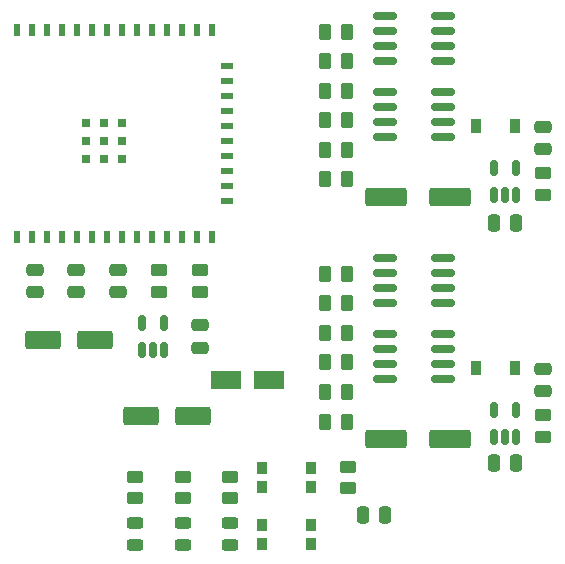
<source format=gbr>
%TF.GenerationSoftware,KiCad,Pcbnew,(6.0.11-0)*%
%TF.CreationDate,2023-05-30T14:23:44-05:00*%
%TF.ProjectId,HoneywellStringLightsController,486f6e65-7977-4656-9c6c-537472696e67,rev?*%
%TF.SameCoordinates,Original*%
%TF.FileFunction,Paste,Top*%
%TF.FilePolarity,Positive*%
%FSLAX46Y46*%
G04 Gerber Fmt 4.6, Leading zero omitted, Abs format (unit mm)*
G04 Created by KiCad (PCBNEW (6.0.11-0)) date 2023-05-30 14:23:44*
%MOMM*%
%LPD*%
G01*
G04 APERTURE LIST*
G04 Aperture macros list*
%AMRoundRect*
0 Rectangle with rounded corners*
0 $1 Rounding radius*
0 $2 $3 $4 $5 $6 $7 $8 $9 X,Y pos of 4 corners*
0 Add a 4 corners polygon primitive as box body*
4,1,4,$2,$3,$4,$5,$6,$7,$8,$9,$2,$3,0*
0 Add four circle primitives for the rounded corners*
1,1,$1+$1,$2,$3*
1,1,$1+$1,$4,$5*
1,1,$1+$1,$6,$7*
1,1,$1+$1,$8,$9*
0 Add four rect primitives between the rounded corners*
20,1,$1+$1,$2,$3,$4,$5,0*
20,1,$1+$1,$4,$5,$6,$7,0*
20,1,$1+$1,$6,$7,$8,$9,0*
20,1,$1+$1,$8,$9,$2,$3,0*%
G04 Aperture macros list end*
%ADD10R,0.630000X1.050000*%
%ADD11R,1.050000X0.630000*%
%ADD12R,0.735000X0.735000*%
%ADD13RoundRect,0.250000X-1.500000X-0.550000X1.500000X-0.550000X1.500000X0.550000X-1.500000X0.550000X0*%
%ADD14RoundRect,0.250000X-0.450000X0.262500X-0.450000X-0.262500X0.450000X-0.262500X0.450000X0.262500X0*%
%ADD15R,0.900000X1.000000*%
%ADD16RoundRect,0.250000X-1.050000X-0.550000X1.050000X-0.550000X1.050000X0.550000X-1.050000X0.550000X0*%
%ADD17RoundRect,0.250000X-0.475000X0.250000X-0.475000X-0.250000X0.475000X-0.250000X0.475000X0.250000X0*%
%ADD18RoundRect,0.250000X-0.262500X-0.450000X0.262500X-0.450000X0.262500X0.450000X-0.262500X0.450000X0*%
%ADD19RoundRect,0.250000X-0.250000X-0.475000X0.250000X-0.475000X0.250000X0.475000X-0.250000X0.475000X0*%
%ADD20RoundRect,0.250000X0.450000X-0.262500X0.450000X0.262500X-0.450000X0.262500X-0.450000X-0.262500X0*%
%ADD21R,0.900000X1.200000*%
%ADD22RoundRect,0.243750X0.456250X-0.243750X0.456250X0.243750X-0.456250X0.243750X-0.456250X-0.243750X0*%
%ADD23RoundRect,0.150000X-0.825000X-0.150000X0.825000X-0.150000X0.825000X0.150000X-0.825000X0.150000X0*%
%ADD24RoundRect,0.150000X0.150000X-0.512500X0.150000X0.512500X-0.150000X0.512500X-0.150000X-0.512500X0*%
%ADD25RoundRect,0.250000X0.262500X0.450000X-0.262500X0.450000X-0.262500X-0.450000X0.262500X-0.450000X0*%
%ADD26RoundRect,0.250000X0.475000X-0.250000X0.475000X0.250000X-0.475000X0.250000X-0.475000X-0.250000X0*%
%ADD27RoundRect,0.250000X1.250000X0.550000X-1.250000X0.550000X-1.250000X-0.550000X1.250000X-0.550000X0*%
G04 APERTURE END LIST*
D10*
%TO.C,U1*%
X100995000Y-98350000D03*
X102265000Y-98350000D03*
X103535000Y-98350000D03*
X104805000Y-98350000D03*
X106075000Y-98350000D03*
X107345000Y-98350000D03*
X108615000Y-98350000D03*
X109885000Y-98350000D03*
X111155000Y-98350000D03*
X112425000Y-98350000D03*
X113695000Y-98350000D03*
X114965000Y-98350000D03*
X116235000Y-98350000D03*
X117505000Y-98350000D03*
D11*
X118755000Y-95310000D03*
X118755000Y-94040000D03*
X118755000Y-92770000D03*
X118755000Y-91500000D03*
X118755000Y-90230000D03*
X118755000Y-88960000D03*
X118755000Y-87690000D03*
X118755000Y-86420000D03*
X118755000Y-85150000D03*
X118755000Y-83880000D03*
D10*
X117505000Y-80850000D03*
X116235000Y-80850000D03*
X114965000Y-80850000D03*
X113695000Y-80850000D03*
X112425000Y-80850000D03*
X111155000Y-80850000D03*
X109885000Y-80850000D03*
X108615000Y-80850000D03*
X107345000Y-80850000D03*
X106075000Y-80850000D03*
X104805000Y-80850000D03*
X103535000Y-80850000D03*
X102265000Y-80850000D03*
X100995000Y-80850000D03*
D12*
X108335000Y-91805000D03*
X109860000Y-88755000D03*
X108335000Y-90280000D03*
X106810000Y-90280000D03*
X106810000Y-88755000D03*
X108335000Y-88755000D03*
X106810000Y-91805000D03*
X109860000Y-90280000D03*
X109860000Y-91805000D03*
%TD*%
D13*
%TO.C,C9*%
X132200000Y-95000000D03*
X137600000Y-95000000D03*
%TD*%
D14*
%TO.C,R1*%
X119000000Y-118687500D03*
X119000000Y-120512500D03*
%TD*%
D15*
%TO.C,SW1*%
X125850000Y-117950000D03*
X121750000Y-117950000D03*
X121750000Y-119550000D03*
X125850000Y-119550000D03*
%TD*%
D16*
%TO.C,C2*%
X118700000Y-110500000D03*
X122300000Y-110500000D03*
%TD*%
D17*
%TO.C,C13*%
X145500000Y-89050000D03*
X145500000Y-90950000D03*
%TD*%
D14*
%TO.C,R4*%
X111000000Y-118687500D03*
X111000000Y-120512500D03*
%TD*%
%TO.C,R2*%
X129000000Y-117837500D03*
X129000000Y-119662500D03*
%TD*%
D18*
%TO.C,R11*%
X127087500Y-81000000D03*
X128912500Y-81000000D03*
%TD*%
D19*
%TO.C,C5*%
X130240810Y-121900000D03*
X132140810Y-121900000D03*
%TD*%
D20*
%TO.C,R5*%
X113000000Y-103012500D03*
X113000000Y-101187500D03*
%TD*%
D18*
%TO.C,R10*%
X127087500Y-88500000D03*
X128912500Y-88500000D03*
%TD*%
D21*
%TO.C,D5*%
X139850000Y-109500000D03*
X143150000Y-109500000D03*
%TD*%
D18*
%TO.C,R9*%
X127087500Y-86000000D03*
X128912500Y-86000000D03*
%TD*%
D22*
%TO.C,D1*%
X119000000Y-124437500D03*
X119000000Y-122562500D03*
%TD*%
D23*
%TO.C,Q1*%
X132125000Y-86095000D03*
X132125000Y-87365000D03*
X132125000Y-88635000D03*
X132125000Y-89905000D03*
X137075000Y-89905000D03*
X137075000Y-88635000D03*
X137075000Y-87365000D03*
X137075000Y-86095000D03*
%TD*%
%TO.C,Q2*%
X132125000Y-79695000D03*
X132125000Y-80965000D03*
X132125000Y-82235000D03*
X132125000Y-83505000D03*
X137075000Y-83505000D03*
X137075000Y-82235000D03*
X137075000Y-80965000D03*
X137075000Y-79695000D03*
%TD*%
D24*
%TO.C,U2*%
X111550000Y-107937500D03*
X112500000Y-107937500D03*
X113450000Y-107937500D03*
X113450000Y-105662500D03*
X111550000Y-105662500D03*
%TD*%
D23*
%TO.C,Q4*%
X132125000Y-100195000D03*
X132125000Y-101465000D03*
X132125000Y-102735000D03*
X132125000Y-104005000D03*
X137075000Y-104005000D03*
X137075000Y-102735000D03*
X137075000Y-101465000D03*
X137075000Y-100195000D03*
%TD*%
D15*
%TO.C,SW2*%
X121750000Y-122800000D03*
X125850000Y-122800000D03*
X121750000Y-124400000D03*
X125850000Y-124400000D03*
%TD*%
D24*
%TO.C,U4*%
X141350000Y-115337500D03*
X142300000Y-115337500D03*
X143250000Y-115337500D03*
X143250000Y-113062500D03*
X141350000Y-113062500D03*
%TD*%
D14*
%TO.C,R3*%
X115000000Y-118687500D03*
X115000000Y-120512500D03*
%TD*%
D21*
%TO.C,D4*%
X139850000Y-89000000D03*
X143150000Y-89000000D03*
%TD*%
D18*
%TO.C,R16*%
X127087500Y-104000000D03*
X128912500Y-104000000D03*
%TD*%
%TO.C,R14*%
X127087500Y-109000000D03*
X128912500Y-109000000D03*
%TD*%
D24*
%TO.C,U3*%
X141350000Y-94837500D03*
X142300000Y-94837500D03*
X143250000Y-94837500D03*
X143250000Y-92562500D03*
X141350000Y-92562500D03*
%TD*%
D25*
%TO.C,R19*%
X128912500Y-114000000D03*
X127087500Y-114000000D03*
%TD*%
D19*
%TO.C,C11*%
X141350000Y-97200000D03*
X143250000Y-97200000D03*
%TD*%
D17*
%TO.C,C8*%
X109500000Y-101150000D03*
X109500000Y-103050000D03*
%TD*%
D26*
%TO.C,C3*%
X116500000Y-107750000D03*
X116500000Y-105850000D03*
%TD*%
D17*
%TO.C,C7*%
X102500000Y-101150000D03*
X102500000Y-103050000D03*
%TD*%
D27*
%TO.C,C6*%
X107623025Y-107084338D03*
X103223025Y-107084338D03*
%TD*%
D25*
%TO.C,R17*%
X128912500Y-93500000D03*
X127087500Y-93500000D03*
%TD*%
D22*
%TO.C,D2*%
X115000000Y-124437500D03*
X115000000Y-122562500D03*
%TD*%
D25*
%TO.C,R18*%
X128912500Y-91000000D03*
X127087500Y-91000000D03*
%TD*%
%TO.C,R20*%
X128912500Y-111500000D03*
X127087500Y-111500000D03*
%TD*%
D20*
%TO.C,R7*%
X145500000Y-94812500D03*
X145500000Y-92987500D03*
%TD*%
D22*
%TO.C,D3*%
X111000000Y-124437500D03*
X111000000Y-122562500D03*
%TD*%
D13*
%TO.C,C10*%
X132200000Y-115500000D03*
X137600000Y-115500000D03*
%TD*%
D17*
%TO.C,C4*%
X106000000Y-101150000D03*
X106000000Y-103050000D03*
%TD*%
D27*
%TO.C,C1*%
X115900000Y-113493501D03*
X111500000Y-113493501D03*
%TD*%
D23*
%TO.C,Q3*%
X132125000Y-106595000D03*
X132125000Y-107865000D03*
X132125000Y-109135000D03*
X132125000Y-110405000D03*
X137075000Y-110405000D03*
X137075000Y-109135000D03*
X137075000Y-107865000D03*
X137075000Y-106595000D03*
%TD*%
D17*
%TO.C,C14*%
X145500000Y-109550000D03*
X145500000Y-111450000D03*
%TD*%
D20*
%TO.C,R6*%
X116500000Y-103012500D03*
X116500000Y-101187500D03*
%TD*%
%TO.C,R8*%
X145500000Y-115312500D03*
X145500000Y-113487500D03*
%TD*%
D18*
%TO.C,R12*%
X127087500Y-83500000D03*
X128912500Y-83500000D03*
%TD*%
%TO.C,R13*%
X127087500Y-106500000D03*
X128912500Y-106500000D03*
%TD*%
D19*
%TO.C,C12*%
X141350000Y-117550000D03*
X143250000Y-117550000D03*
%TD*%
D18*
%TO.C,R15*%
X127087500Y-101500000D03*
X128912500Y-101500000D03*
%TD*%
M02*

</source>
